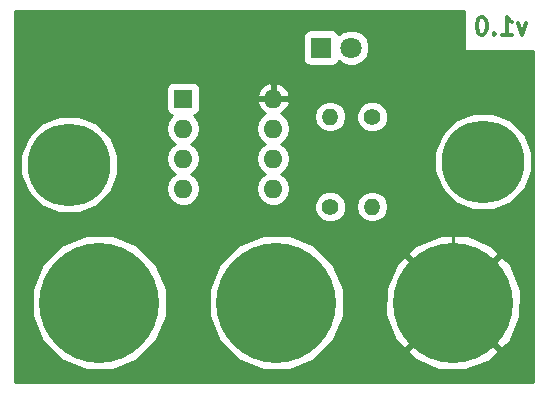
<source format=gbl>
G04 #@! TF.GenerationSoftware,KiCad,Pcbnew,(5.0.1)-3*
G04 #@! TF.CreationDate,2019-09-12T10:27:16+05:30*
G04 #@! TF.ProjectId,kicad-tut,6B696361642D7475742E6B696361645F,v1.0*
G04 #@! TF.SameCoordinates,Original*
G04 #@! TF.FileFunction,Copper,L2,Bot,Signal*
G04 #@! TF.FilePolarity,Positive*
%FSLAX46Y46*%
G04 Gerber Fmt 4.6, Leading zero omitted, Abs format (unit mm)*
G04 Created by KiCad (PCBNEW (5.0.1)-3) date 09/12/19 10:27:16*
%MOMM*%
%LPD*%
G01*
G04 APERTURE LIST*
G04 #@! TA.AperFunction,NonConductor*
%ADD10C,0.300000*%
G04 #@! TD*
G04 #@! TA.AperFunction,ComponentPad*
%ADD11R,1.800000X1.800000*%
G04 #@! TD*
G04 #@! TA.AperFunction,ComponentPad*
%ADD12C,1.800000*%
G04 #@! TD*
G04 #@! TA.AperFunction,ComponentPad*
%ADD13C,10.160000*%
G04 #@! TD*
G04 #@! TA.AperFunction,ComponentPad*
%ADD14C,1.400000*%
G04 #@! TD*
G04 #@! TA.AperFunction,ComponentPad*
%ADD15O,1.400000X1.400000*%
G04 #@! TD*
G04 #@! TA.AperFunction,ComponentPad*
%ADD16R,1.600000X1.600000*%
G04 #@! TD*
G04 #@! TA.AperFunction,ComponentPad*
%ADD17O,1.600000X1.600000*%
G04 #@! TD*
G04 #@! TA.AperFunction,ComponentPad*
%ADD18C,7.000000*%
G04 #@! TD*
G04 #@! TA.AperFunction,ViaPad*
%ADD19C,0.800000*%
G04 #@! TD*
G04 #@! TA.AperFunction,Conductor*
%ADD20C,0.250000*%
G04 #@! TD*
G04 #@! TA.AperFunction,Conductor*
%ADD21C,0.254000*%
G04 #@! TD*
G04 APERTURE END LIST*
D10*
X164702857Y-79180571D02*
X164345714Y-80180571D01*
X163988571Y-79180571D01*
X162631428Y-80180571D02*
X163488571Y-80180571D01*
X163059999Y-80180571D02*
X163059999Y-78680571D01*
X163202857Y-78894857D01*
X163345714Y-79037714D01*
X163488571Y-79109142D01*
X161988571Y-80037714D02*
X161917142Y-80109142D01*
X161988571Y-80180571D01*
X162059999Y-80109142D01*
X161988571Y-80037714D01*
X161988571Y-80180571D01*
X160988571Y-78680571D02*
X160845714Y-78680571D01*
X160702857Y-78752000D01*
X160631428Y-78823428D01*
X160559999Y-78966285D01*
X160488571Y-79252000D01*
X160488571Y-79609142D01*
X160559999Y-79894857D01*
X160631428Y-80037714D01*
X160702857Y-80109142D01*
X160845714Y-80180571D01*
X160988571Y-80180571D01*
X161131428Y-80109142D01*
X161202857Y-80037714D01*
X161274285Y-79894857D01*
X161345714Y-79609142D01*
X161345714Y-79252000D01*
X161274285Y-78966285D01*
X161202857Y-78823428D01*
X161131428Y-78752000D01*
X160988571Y-78680571D01*
D11*
G04 #@! TO.P,D1,1*
G04 #@! TO.N,/uCtoLED*
X147320000Y-81280000D03*
D12*
G04 #@! TO.P,D1,2*
G04 #@! TO.N,/LEDtoR*
X149860000Y-81280000D03*
G04 #@! TD*
D13*
G04 #@! TO.P,J1,1*
G04 #@! TO.N,VCC*
X128520000Y-102870000D03*
G04 #@! TO.P,J1,3*
G04 #@! TO.N,GND*
X158490000Y-102870000D03*
G04 #@! TO.P,J1,2*
G04 #@! TO.N,Net-(J1-Pad2)*
X143510000Y-102870000D03*
G04 #@! TD*
D14*
G04 #@! TO.P,R1,1*
G04 #@! TO.N,/LEDtoR*
X151638000Y-87122000D03*
D15*
G04 #@! TO.P,R1,2*
G04 #@! TO.N,VCC*
X151638000Y-94742000D03*
G04 #@! TD*
G04 #@! TO.P,R2,2*
G04 #@! TO.N,/INPUT*
X148082000Y-87122000D03*
D14*
G04 #@! TO.P,R2,1*
G04 #@! TO.N,Net-(J1-Pad2)*
X148082000Y-94742000D03*
G04 #@! TD*
D16*
G04 #@! TO.P,U1,1*
G04 #@! TO.N,VCC*
X135636000Y-85598000D03*
D17*
G04 #@! TO.P,U1,5*
G04 #@! TO.N,Net-(U1-Pad5)*
X143256000Y-93218000D03*
G04 #@! TO.P,U1,2*
G04 #@! TO.N,Net-(U1-Pad2)*
X135636000Y-88138000D03*
G04 #@! TO.P,U1,6*
G04 #@! TO.N,/INPUT*
X143256000Y-90678000D03*
G04 #@! TO.P,U1,3*
G04 #@! TO.N,Net-(U1-Pad3)*
X135636000Y-90678000D03*
G04 #@! TO.P,U1,7*
G04 #@! TO.N,/uCtoLED*
X143256000Y-88138000D03*
G04 #@! TO.P,U1,4*
G04 #@! TO.N,Net-(U1-Pad4)*
X135636000Y-93218000D03*
G04 #@! TO.P,U1,8*
G04 #@! TO.N,GND*
X143256000Y-85598000D03*
G04 #@! TD*
D18*
G04 #@! TO.P,,1*
G04 #@! TO.N,N/C*
X125984000Y-91186000D03*
G04 #@! TD*
G04 #@! TO.P,,2*
G04 #@! TO.N,N/C*
X161036000Y-90932000D03*
G04 #@! TD*
D19*
G04 #@! TO.N,GND*
X151638000Y-89662000D03*
X148336000Y-89662000D03*
G04 #@! TD*
D20*
G04 #@! TO.N,GND*
X158490000Y-95685796D02*
X152466204Y-89662000D01*
X158490000Y-102870000D02*
X158490000Y-95685796D01*
X152466204Y-89662000D02*
X151638000Y-89662000D01*
X147320000Y-89662000D02*
X145796000Y-88138000D01*
X148336000Y-89662000D02*
X147320000Y-89662000D01*
X145796000Y-88138000D02*
X145796000Y-86614000D01*
X144780000Y-85598000D02*
X143256000Y-85598000D01*
X145796000Y-86614000D02*
X144780000Y-85598000D01*
G04 #@! TD*
D21*
G04 #@! TO.N,GND*
G36*
X159417857Y-81532000D02*
X165227000Y-81532000D01*
X165227000Y-109601000D01*
X121360000Y-109601000D01*
X121360000Y-101733216D01*
X122805000Y-101733216D01*
X122805000Y-104006784D01*
X123675057Y-106107287D01*
X125282713Y-107714943D01*
X127383216Y-108585000D01*
X129656784Y-108585000D01*
X131757287Y-107714943D01*
X133364943Y-106107287D01*
X134235000Y-104006784D01*
X134235000Y-101733216D01*
X137795000Y-101733216D01*
X137795000Y-104006784D01*
X138665057Y-106107287D01*
X140272713Y-107714943D01*
X142373216Y-108585000D01*
X144646784Y-108585000D01*
X146747287Y-107714943D01*
X147495402Y-106966828D01*
X154572777Y-106966828D01*
X155168556Y-107657641D01*
X157253537Y-108564265D01*
X159526758Y-108603989D01*
X161642142Y-107770765D01*
X161811444Y-107657641D01*
X162407223Y-106966828D01*
X158490000Y-103049605D01*
X154572777Y-106966828D01*
X147495402Y-106966828D01*
X148354943Y-106107287D01*
X149225000Y-104006784D01*
X149225000Y-103906758D01*
X152756011Y-103906758D01*
X153589235Y-106022142D01*
X153702359Y-106191444D01*
X154393172Y-106787223D01*
X158310395Y-102870000D01*
X158669605Y-102870000D01*
X162586828Y-106787223D01*
X163277641Y-106191444D01*
X164184265Y-104106463D01*
X164223989Y-101833242D01*
X163390765Y-99717858D01*
X163277641Y-99548556D01*
X162586828Y-98952777D01*
X158669605Y-102870000D01*
X158310395Y-102870000D01*
X154393172Y-98952777D01*
X153702359Y-99548556D01*
X152795735Y-101633537D01*
X152756011Y-103906758D01*
X149225000Y-103906758D01*
X149225000Y-101733216D01*
X148354943Y-99632713D01*
X147495402Y-98773172D01*
X154572777Y-98773172D01*
X158490000Y-102690395D01*
X162407223Y-98773172D01*
X161811444Y-98082359D01*
X159726463Y-97175735D01*
X157453242Y-97136011D01*
X155337858Y-97969235D01*
X155168556Y-98082359D01*
X154572777Y-98773172D01*
X147495402Y-98773172D01*
X146747287Y-98025057D01*
X144646784Y-97155000D01*
X142373216Y-97155000D01*
X140272713Y-98025057D01*
X138665057Y-99632713D01*
X137795000Y-101733216D01*
X134235000Y-101733216D01*
X133364943Y-99632713D01*
X131757287Y-98025057D01*
X129656784Y-97155000D01*
X127383216Y-97155000D01*
X125282713Y-98025057D01*
X123675057Y-99632713D01*
X122805000Y-101733216D01*
X121360000Y-101733216D01*
X121360000Y-90363497D01*
X121849000Y-90363497D01*
X121849000Y-92008503D01*
X122478517Y-93528289D01*
X123641711Y-94691483D01*
X125161497Y-95321000D01*
X126806503Y-95321000D01*
X128326289Y-94691483D01*
X129489483Y-93528289D01*
X130119000Y-92008503D01*
X130119000Y-90363497D01*
X129489483Y-88843711D01*
X128783772Y-88138000D01*
X134172887Y-88138000D01*
X134284260Y-88697909D01*
X134601423Y-89172577D01*
X134953758Y-89408000D01*
X134601423Y-89643423D01*
X134284260Y-90118091D01*
X134172887Y-90678000D01*
X134284260Y-91237909D01*
X134601423Y-91712577D01*
X134953758Y-91948000D01*
X134601423Y-92183423D01*
X134284260Y-92658091D01*
X134172887Y-93218000D01*
X134284260Y-93777909D01*
X134601423Y-94252577D01*
X135076091Y-94569740D01*
X135494667Y-94653000D01*
X135777333Y-94653000D01*
X136195909Y-94569740D01*
X136670577Y-94252577D01*
X136987740Y-93777909D01*
X137099113Y-93218000D01*
X136987740Y-92658091D01*
X136670577Y-92183423D01*
X136318242Y-91948000D01*
X136670577Y-91712577D01*
X136987740Y-91237909D01*
X137099113Y-90678000D01*
X136987740Y-90118091D01*
X136670577Y-89643423D01*
X136318242Y-89408000D01*
X136670577Y-89172577D01*
X136987740Y-88697909D01*
X137099113Y-88138000D01*
X141792887Y-88138000D01*
X141904260Y-88697909D01*
X142221423Y-89172577D01*
X142573758Y-89408000D01*
X142221423Y-89643423D01*
X141904260Y-90118091D01*
X141792887Y-90678000D01*
X141904260Y-91237909D01*
X142221423Y-91712577D01*
X142573758Y-91948000D01*
X142221423Y-92183423D01*
X141904260Y-92658091D01*
X141792887Y-93218000D01*
X141904260Y-93777909D01*
X142221423Y-94252577D01*
X142696091Y-94569740D01*
X143114667Y-94653000D01*
X143397333Y-94653000D01*
X143815909Y-94569740D01*
X143955524Y-94476452D01*
X146747000Y-94476452D01*
X146747000Y-95007548D01*
X146950242Y-95498217D01*
X147325783Y-95873758D01*
X147816452Y-96077000D01*
X148347548Y-96077000D01*
X148838217Y-95873758D01*
X149213758Y-95498217D01*
X149417000Y-95007548D01*
X149417000Y-94742000D01*
X150276846Y-94742000D01*
X150380458Y-95262891D01*
X150675519Y-95704481D01*
X151117109Y-95999542D01*
X151506515Y-96077000D01*
X151769485Y-96077000D01*
X152158891Y-95999542D01*
X152600481Y-95704481D01*
X152895542Y-95262891D01*
X152999154Y-94742000D01*
X152895542Y-94221109D01*
X152600481Y-93779519D01*
X152158891Y-93484458D01*
X151769485Y-93407000D01*
X151506515Y-93407000D01*
X151117109Y-93484458D01*
X150675519Y-93779519D01*
X150380458Y-94221109D01*
X150276846Y-94742000D01*
X149417000Y-94742000D01*
X149417000Y-94476452D01*
X149213758Y-93985783D01*
X148838217Y-93610242D01*
X148347548Y-93407000D01*
X147816452Y-93407000D01*
X147325783Y-93610242D01*
X146950242Y-93985783D01*
X146747000Y-94476452D01*
X143955524Y-94476452D01*
X144290577Y-94252577D01*
X144607740Y-93777909D01*
X144719113Y-93218000D01*
X144607740Y-92658091D01*
X144290577Y-92183423D01*
X143938242Y-91948000D01*
X144290577Y-91712577D01*
X144607740Y-91237909D01*
X144719113Y-90678000D01*
X144607740Y-90118091D01*
X144601998Y-90109497D01*
X156901000Y-90109497D01*
X156901000Y-91754503D01*
X157530517Y-93274289D01*
X158693711Y-94437483D01*
X160213497Y-95067000D01*
X161858503Y-95067000D01*
X163378289Y-94437483D01*
X164541483Y-93274289D01*
X165171000Y-91754503D01*
X165171000Y-90109497D01*
X164541483Y-88589711D01*
X163378289Y-87426517D01*
X161858503Y-86797000D01*
X160213497Y-86797000D01*
X158693711Y-87426517D01*
X157530517Y-88589711D01*
X156901000Y-90109497D01*
X144601998Y-90109497D01*
X144290577Y-89643423D01*
X143938242Y-89408000D01*
X144290577Y-89172577D01*
X144607740Y-88697909D01*
X144719113Y-88138000D01*
X144607740Y-87578091D01*
X144302990Y-87122000D01*
X146720846Y-87122000D01*
X146824458Y-87642891D01*
X147119519Y-88084481D01*
X147561109Y-88379542D01*
X147950515Y-88457000D01*
X148213485Y-88457000D01*
X148602891Y-88379542D01*
X149044481Y-88084481D01*
X149339542Y-87642891D01*
X149443154Y-87122000D01*
X149390334Y-86856452D01*
X150303000Y-86856452D01*
X150303000Y-87387548D01*
X150506242Y-87878217D01*
X150881783Y-88253758D01*
X151372452Y-88457000D01*
X151903548Y-88457000D01*
X152394217Y-88253758D01*
X152769758Y-87878217D01*
X152973000Y-87387548D01*
X152973000Y-86856452D01*
X152769758Y-86365783D01*
X152394217Y-85990242D01*
X151903548Y-85787000D01*
X151372452Y-85787000D01*
X150881783Y-85990242D01*
X150506242Y-86365783D01*
X150303000Y-86856452D01*
X149390334Y-86856452D01*
X149339542Y-86601109D01*
X149044481Y-86159519D01*
X148602891Y-85864458D01*
X148213485Y-85787000D01*
X147950515Y-85787000D01*
X147561109Y-85864458D01*
X147119519Y-86159519D01*
X146824458Y-86601109D01*
X146720846Y-87122000D01*
X144302990Y-87122000D01*
X144290577Y-87103423D01*
X143906892Y-86847053D01*
X144111134Y-86750389D01*
X144487041Y-86335423D01*
X144647904Y-85947039D01*
X144525915Y-85725000D01*
X143383000Y-85725000D01*
X143383000Y-85745000D01*
X143129000Y-85745000D01*
X143129000Y-85725000D01*
X141986085Y-85725000D01*
X141864096Y-85947039D01*
X142024959Y-86335423D01*
X142400866Y-86750389D01*
X142605108Y-86847053D01*
X142221423Y-87103423D01*
X141904260Y-87578091D01*
X141792887Y-88138000D01*
X137099113Y-88138000D01*
X136987740Y-87578091D01*
X136670577Y-87103423D01*
X136549894Y-87022785D01*
X136683765Y-86996157D01*
X136893809Y-86855809D01*
X137034157Y-86645765D01*
X137083440Y-86398000D01*
X137083440Y-85248961D01*
X141864096Y-85248961D01*
X141986085Y-85471000D01*
X143129000Y-85471000D01*
X143129000Y-84327371D01*
X143383000Y-84327371D01*
X143383000Y-85471000D01*
X144525915Y-85471000D01*
X144647904Y-85248961D01*
X144487041Y-84860577D01*
X144111134Y-84445611D01*
X143605041Y-84206086D01*
X143383000Y-84327371D01*
X143129000Y-84327371D01*
X142906959Y-84206086D01*
X142400866Y-84445611D01*
X142024959Y-84860577D01*
X141864096Y-85248961D01*
X137083440Y-85248961D01*
X137083440Y-84798000D01*
X137034157Y-84550235D01*
X136893809Y-84340191D01*
X136683765Y-84199843D01*
X136436000Y-84150560D01*
X134836000Y-84150560D01*
X134588235Y-84199843D01*
X134378191Y-84340191D01*
X134237843Y-84550235D01*
X134188560Y-84798000D01*
X134188560Y-86398000D01*
X134237843Y-86645765D01*
X134378191Y-86855809D01*
X134588235Y-86996157D01*
X134722106Y-87022785D01*
X134601423Y-87103423D01*
X134284260Y-87578091D01*
X134172887Y-88138000D01*
X128783772Y-88138000D01*
X128326289Y-87680517D01*
X126806503Y-87051000D01*
X125161497Y-87051000D01*
X123641711Y-87680517D01*
X122478517Y-88843711D01*
X121849000Y-90363497D01*
X121360000Y-90363497D01*
X121360000Y-80380000D01*
X145772560Y-80380000D01*
X145772560Y-82180000D01*
X145821843Y-82427765D01*
X145962191Y-82637809D01*
X146172235Y-82778157D01*
X146420000Y-82827440D01*
X148220000Y-82827440D01*
X148467765Y-82778157D01*
X148677809Y-82637809D01*
X148818157Y-82427765D01*
X148821275Y-82412092D01*
X148990493Y-82581310D01*
X149554670Y-82815000D01*
X150165330Y-82815000D01*
X150729507Y-82581310D01*
X151161310Y-82149507D01*
X151395000Y-81585330D01*
X151395000Y-80974670D01*
X151161310Y-80410493D01*
X150729507Y-79978690D01*
X150165330Y-79745000D01*
X149554670Y-79745000D01*
X148990493Y-79978690D01*
X148821275Y-80147908D01*
X148818157Y-80132235D01*
X148677809Y-79922191D01*
X148467765Y-79781843D01*
X148220000Y-79732560D01*
X146420000Y-79732560D01*
X146172235Y-79781843D01*
X145962191Y-79922191D01*
X145821843Y-80132235D01*
X145772560Y-80380000D01*
X121360000Y-80380000D01*
X121360000Y-78180000D01*
X159417857Y-78180000D01*
X159417857Y-81532000D01*
X159417857Y-81532000D01*
G37*
X159417857Y-81532000D02*
X165227000Y-81532000D01*
X165227000Y-109601000D01*
X121360000Y-109601000D01*
X121360000Y-101733216D01*
X122805000Y-101733216D01*
X122805000Y-104006784D01*
X123675057Y-106107287D01*
X125282713Y-107714943D01*
X127383216Y-108585000D01*
X129656784Y-108585000D01*
X131757287Y-107714943D01*
X133364943Y-106107287D01*
X134235000Y-104006784D01*
X134235000Y-101733216D01*
X137795000Y-101733216D01*
X137795000Y-104006784D01*
X138665057Y-106107287D01*
X140272713Y-107714943D01*
X142373216Y-108585000D01*
X144646784Y-108585000D01*
X146747287Y-107714943D01*
X147495402Y-106966828D01*
X154572777Y-106966828D01*
X155168556Y-107657641D01*
X157253537Y-108564265D01*
X159526758Y-108603989D01*
X161642142Y-107770765D01*
X161811444Y-107657641D01*
X162407223Y-106966828D01*
X158490000Y-103049605D01*
X154572777Y-106966828D01*
X147495402Y-106966828D01*
X148354943Y-106107287D01*
X149225000Y-104006784D01*
X149225000Y-103906758D01*
X152756011Y-103906758D01*
X153589235Y-106022142D01*
X153702359Y-106191444D01*
X154393172Y-106787223D01*
X158310395Y-102870000D01*
X158669605Y-102870000D01*
X162586828Y-106787223D01*
X163277641Y-106191444D01*
X164184265Y-104106463D01*
X164223989Y-101833242D01*
X163390765Y-99717858D01*
X163277641Y-99548556D01*
X162586828Y-98952777D01*
X158669605Y-102870000D01*
X158310395Y-102870000D01*
X154393172Y-98952777D01*
X153702359Y-99548556D01*
X152795735Y-101633537D01*
X152756011Y-103906758D01*
X149225000Y-103906758D01*
X149225000Y-101733216D01*
X148354943Y-99632713D01*
X147495402Y-98773172D01*
X154572777Y-98773172D01*
X158490000Y-102690395D01*
X162407223Y-98773172D01*
X161811444Y-98082359D01*
X159726463Y-97175735D01*
X157453242Y-97136011D01*
X155337858Y-97969235D01*
X155168556Y-98082359D01*
X154572777Y-98773172D01*
X147495402Y-98773172D01*
X146747287Y-98025057D01*
X144646784Y-97155000D01*
X142373216Y-97155000D01*
X140272713Y-98025057D01*
X138665057Y-99632713D01*
X137795000Y-101733216D01*
X134235000Y-101733216D01*
X133364943Y-99632713D01*
X131757287Y-98025057D01*
X129656784Y-97155000D01*
X127383216Y-97155000D01*
X125282713Y-98025057D01*
X123675057Y-99632713D01*
X122805000Y-101733216D01*
X121360000Y-101733216D01*
X121360000Y-90363497D01*
X121849000Y-90363497D01*
X121849000Y-92008503D01*
X122478517Y-93528289D01*
X123641711Y-94691483D01*
X125161497Y-95321000D01*
X126806503Y-95321000D01*
X128326289Y-94691483D01*
X129489483Y-93528289D01*
X130119000Y-92008503D01*
X130119000Y-90363497D01*
X129489483Y-88843711D01*
X128783772Y-88138000D01*
X134172887Y-88138000D01*
X134284260Y-88697909D01*
X134601423Y-89172577D01*
X134953758Y-89408000D01*
X134601423Y-89643423D01*
X134284260Y-90118091D01*
X134172887Y-90678000D01*
X134284260Y-91237909D01*
X134601423Y-91712577D01*
X134953758Y-91948000D01*
X134601423Y-92183423D01*
X134284260Y-92658091D01*
X134172887Y-93218000D01*
X134284260Y-93777909D01*
X134601423Y-94252577D01*
X135076091Y-94569740D01*
X135494667Y-94653000D01*
X135777333Y-94653000D01*
X136195909Y-94569740D01*
X136670577Y-94252577D01*
X136987740Y-93777909D01*
X137099113Y-93218000D01*
X136987740Y-92658091D01*
X136670577Y-92183423D01*
X136318242Y-91948000D01*
X136670577Y-91712577D01*
X136987740Y-91237909D01*
X137099113Y-90678000D01*
X136987740Y-90118091D01*
X136670577Y-89643423D01*
X136318242Y-89408000D01*
X136670577Y-89172577D01*
X136987740Y-88697909D01*
X137099113Y-88138000D01*
X141792887Y-88138000D01*
X141904260Y-88697909D01*
X142221423Y-89172577D01*
X142573758Y-89408000D01*
X142221423Y-89643423D01*
X141904260Y-90118091D01*
X141792887Y-90678000D01*
X141904260Y-91237909D01*
X142221423Y-91712577D01*
X142573758Y-91948000D01*
X142221423Y-92183423D01*
X141904260Y-92658091D01*
X141792887Y-93218000D01*
X141904260Y-93777909D01*
X142221423Y-94252577D01*
X142696091Y-94569740D01*
X143114667Y-94653000D01*
X143397333Y-94653000D01*
X143815909Y-94569740D01*
X143955524Y-94476452D01*
X146747000Y-94476452D01*
X146747000Y-95007548D01*
X146950242Y-95498217D01*
X147325783Y-95873758D01*
X147816452Y-96077000D01*
X148347548Y-96077000D01*
X148838217Y-95873758D01*
X149213758Y-95498217D01*
X149417000Y-95007548D01*
X149417000Y-94742000D01*
X150276846Y-94742000D01*
X150380458Y-95262891D01*
X150675519Y-95704481D01*
X151117109Y-95999542D01*
X151506515Y-96077000D01*
X151769485Y-96077000D01*
X152158891Y-95999542D01*
X152600481Y-95704481D01*
X152895542Y-95262891D01*
X152999154Y-94742000D01*
X152895542Y-94221109D01*
X152600481Y-93779519D01*
X152158891Y-93484458D01*
X151769485Y-93407000D01*
X151506515Y-93407000D01*
X151117109Y-93484458D01*
X150675519Y-93779519D01*
X150380458Y-94221109D01*
X150276846Y-94742000D01*
X149417000Y-94742000D01*
X149417000Y-94476452D01*
X149213758Y-93985783D01*
X148838217Y-93610242D01*
X148347548Y-93407000D01*
X147816452Y-93407000D01*
X147325783Y-93610242D01*
X146950242Y-93985783D01*
X146747000Y-94476452D01*
X143955524Y-94476452D01*
X144290577Y-94252577D01*
X144607740Y-93777909D01*
X144719113Y-93218000D01*
X144607740Y-92658091D01*
X144290577Y-92183423D01*
X143938242Y-91948000D01*
X144290577Y-91712577D01*
X144607740Y-91237909D01*
X144719113Y-90678000D01*
X144607740Y-90118091D01*
X144601998Y-90109497D01*
X156901000Y-90109497D01*
X156901000Y-91754503D01*
X157530517Y-93274289D01*
X158693711Y-94437483D01*
X160213497Y-95067000D01*
X161858503Y-95067000D01*
X163378289Y-94437483D01*
X164541483Y-93274289D01*
X165171000Y-91754503D01*
X165171000Y-90109497D01*
X164541483Y-88589711D01*
X163378289Y-87426517D01*
X161858503Y-86797000D01*
X160213497Y-86797000D01*
X158693711Y-87426517D01*
X157530517Y-88589711D01*
X156901000Y-90109497D01*
X144601998Y-90109497D01*
X144290577Y-89643423D01*
X143938242Y-89408000D01*
X144290577Y-89172577D01*
X144607740Y-88697909D01*
X144719113Y-88138000D01*
X144607740Y-87578091D01*
X144302990Y-87122000D01*
X146720846Y-87122000D01*
X146824458Y-87642891D01*
X147119519Y-88084481D01*
X147561109Y-88379542D01*
X147950515Y-88457000D01*
X148213485Y-88457000D01*
X148602891Y-88379542D01*
X149044481Y-88084481D01*
X149339542Y-87642891D01*
X149443154Y-87122000D01*
X149390334Y-86856452D01*
X150303000Y-86856452D01*
X150303000Y-87387548D01*
X150506242Y-87878217D01*
X150881783Y-88253758D01*
X151372452Y-88457000D01*
X151903548Y-88457000D01*
X152394217Y-88253758D01*
X152769758Y-87878217D01*
X152973000Y-87387548D01*
X152973000Y-86856452D01*
X152769758Y-86365783D01*
X152394217Y-85990242D01*
X151903548Y-85787000D01*
X151372452Y-85787000D01*
X150881783Y-85990242D01*
X150506242Y-86365783D01*
X150303000Y-86856452D01*
X149390334Y-86856452D01*
X149339542Y-86601109D01*
X149044481Y-86159519D01*
X148602891Y-85864458D01*
X148213485Y-85787000D01*
X147950515Y-85787000D01*
X147561109Y-85864458D01*
X147119519Y-86159519D01*
X146824458Y-86601109D01*
X146720846Y-87122000D01*
X144302990Y-87122000D01*
X144290577Y-87103423D01*
X143906892Y-86847053D01*
X144111134Y-86750389D01*
X144487041Y-86335423D01*
X144647904Y-85947039D01*
X144525915Y-85725000D01*
X143383000Y-85725000D01*
X143383000Y-85745000D01*
X143129000Y-85745000D01*
X143129000Y-85725000D01*
X141986085Y-85725000D01*
X141864096Y-85947039D01*
X142024959Y-86335423D01*
X142400866Y-86750389D01*
X142605108Y-86847053D01*
X142221423Y-87103423D01*
X141904260Y-87578091D01*
X141792887Y-88138000D01*
X137099113Y-88138000D01*
X136987740Y-87578091D01*
X136670577Y-87103423D01*
X136549894Y-87022785D01*
X136683765Y-86996157D01*
X136893809Y-86855809D01*
X137034157Y-86645765D01*
X137083440Y-86398000D01*
X137083440Y-85248961D01*
X141864096Y-85248961D01*
X141986085Y-85471000D01*
X143129000Y-85471000D01*
X143129000Y-84327371D01*
X143383000Y-84327371D01*
X143383000Y-85471000D01*
X144525915Y-85471000D01*
X144647904Y-85248961D01*
X144487041Y-84860577D01*
X144111134Y-84445611D01*
X143605041Y-84206086D01*
X143383000Y-84327371D01*
X143129000Y-84327371D01*
X142906959Y-84206086D01*
X142400866Y-84445611D01*
X142024959Y-84860577D01*
X141864096Y-85248961D01*
X137083440Y-85248961D01*
X137083440Y-84798000D01*
X137034157Y-84550235D01*
X136893809Y-84340191D01*
X136683765Y-84199843D01*
X136436000Y-84150560D01*
X134836000Y-84150560D01*
X134588235Y-84199843D01*
X134378191Y-84340191D01*
X134237843Y-84550235D01*
X134188560Y-84798000D01*
X134188560Y-86398000D01*
X134237843Y-86645765D01*
X134378191Y-86855809D01*
X134588235Y-86996157D01*
X134722106Y-87022785D01*
X134601423Y-87103423D01*
X134284260Y-87578091D01*
X134172887Y-88138000D01*
X128783772Y-88138000D01*
X128326289Y-87680517D01*
X126806503Y-87051000D01*
X125161497Y-87051000D01*
X123641711Y-87680517D01*
X122478517Y-88843711D01*
X121849000Y-90363497D01*
X121360000Y-90363497D01*
X121360000Y-80380000D01*
X145772560Y-80380000D01*
X145772560Y-82180000D01*
X145821843Y-82427765D01*
X145962191Y-82637809D01*
X146172235Y-82778157D01*
X146420000Y-82827440D01*
X148220000Y-82827440D01*
X148467765Y-82778157D01*
X148677809Y-82637809D01*
X148818157Y-82427765D01*
X148821275Y-82412092D01*
X148990493Y-82581310D01*
X149554670Y-82815000D01*
X150165330Y-82815000D01*
X150729507Y-82581310D01*
X151161310Y-82149507D01*
X151395000Y-81585330D01*
X151395000Y-80974670D01*
X151161310Y-80410493D01*
X150729507Y-79978690D01*
X150165330Y-79745000D01*
X149554670Y-79745000D01*
X148990493Y-79978690D01*
X148821275Y-80147908D01*
X148818157Y-80132235D01*
X148677809Y-79922191D01*
X148467765Y-79781843D01*
X148220000Y-79732560D01*
X146420000Y-79732560D01*
X146172235Y-79781843D01*
X145962191Y-79922191D01*
X145821843Y-80132235D01*
X145772560Y-80380000D01*
X121360000Y-80380000D01*
X121360000Y-78180000D01*
X159417857Y-78180000D01*
X159417857Y-81532000D01*
G04 #@! TD*
M02*

</source>
